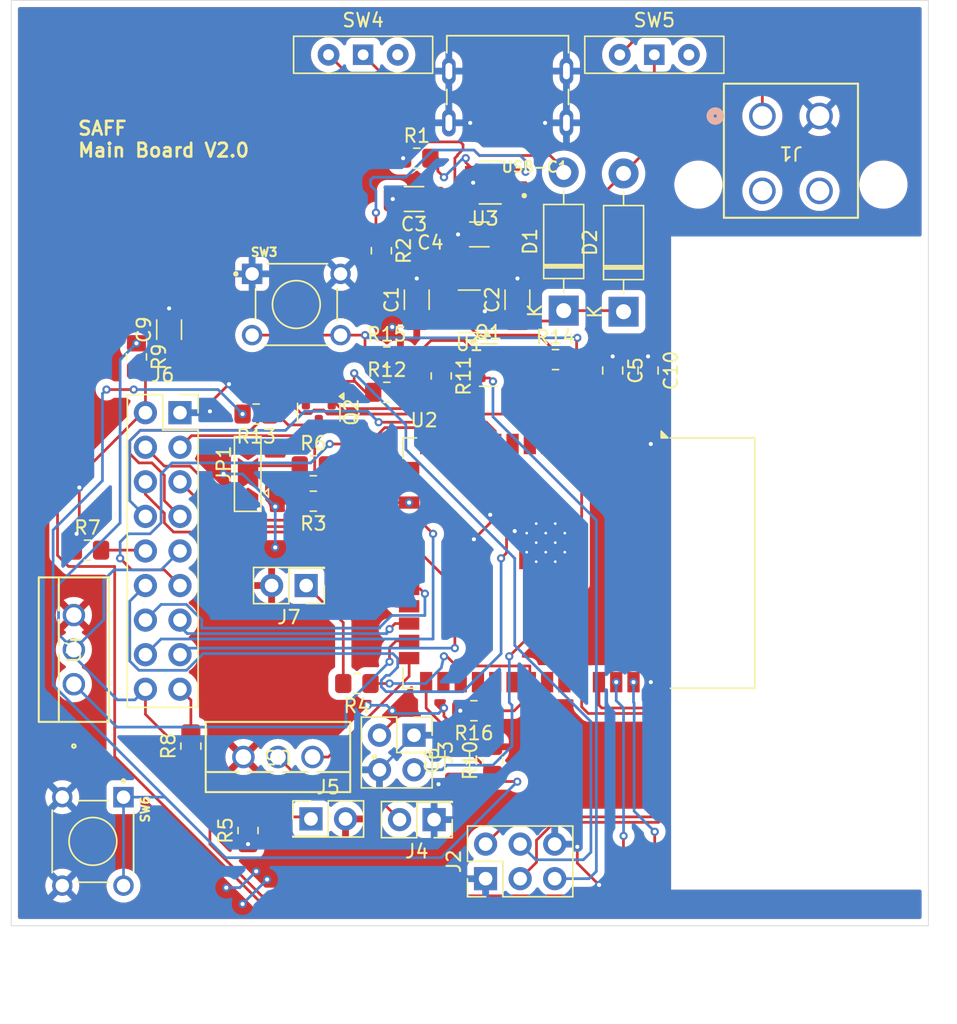
<source format=kicad_pcb>
(kicad_pcb (version 20240108) (generator "pcbnew") (generator_version "8.0")
  (layers (0 "F.Cu" signal) (31 "B.Cu" signal) (34 "B.Paste" user) (35 "F.Paste" user) (36 "B.SilkS" user "B.Silkscreen") (37 "F.SilkS" user "F.Silkscreen") (38 "B.Mask" user) (39 "F.Mask" user) (44 "Edge.Cuts" user))
  (net 0 "")
  (net 1 "3.3V")
  (net 2 "GND")
  (net 3 "Net-(D1-K)")
  (net 4 "Net-(D1-A)")
  (net 5 "Net-(D2-A)")
  (net 6 "Net-(U2-IO0)")
  (net 7 "Chip_PU")
  (net 8 "Net-(JP1-C)")
  (net 9 "RTS")
  (net 10 "Net-(Q1-C)")
  (net 11 "Net-(Q1-B)")
  (net 12 "Net-(Q2-C)")
  (net 13 "Net-(Q2-B)")
  (net 14 "DTR")
  (net 15 "Net-(U3-ISET)")
  (net 16 "Microcontroller Charge Read")
  (net 17 "Net-(U3-~{CHG})")
  (net 18 "Net-(U2-IO46)")
  (net 19 "Net-(U2-IO3)")
  (net 21 "Net-(SW5-C)")
  (net 23 "Hall Read")
  (net 24 "Motor Out")
  (net 25 "Net-(J5-Pin_1)")
  (net 26 "RX")
  (net 27 "D5")
  (net 28 "PCLK")
  (net 31 "D7")
  (net 32 "D4")
  (net 33 "MCLK")
  (net 35 "D6")
  (net 37 "D0")
  (net 40 "D1")
  (net 41 "D2")
  (net 42 "Camera Power")
  (net 43 "HS")
  (net 44 "SDA")
  (net 45 "Net-(J6-Pin_10)")
  (net 46 "TX")
  (net 49 "Connector for thermistor")
  (net 52 "D3")
  (net 53 "VS")
  (net 54 "SCL")
  (net 55 "Manual Feed")
  (net 57 "Net-(SW4-B)")
  (net 59 "Camera Power Signal")
  (net 60 "Motor Power Signal")
  (net 66 "Net-(J7-Pin_1)")
  (footprint "1825910_6:SW_1825910-6-4" (layer "F.Cu") (at 170 130.4 -90)
    (property "Reference" "SW6")
    (property "Value" "1825910-6")
  )
  (footprint "Diode_THT:D_DO-41_SOD81_P10.16mm_Horizontal" (layer "F.Cu") (at 209 91.48 90)
    (property "Reference" "D2")
    (property "Value" "1N5817")
  )
  (footprint "Resistor_SMD:R_0805_2012Metric_Pad1.20x1.40mm_HandSolder" (layer "F.Cu") (at 186.2 105.4 180)
    (property "Reference" "R3")
    (property "Value" "1k")
  )
  (footprint "Package_TO_SOT_SMD:SOT-23" (layer "F.Cu") (at 186.6 98.8625 -90)
    (property "Reference" "Q2")
    (property "Value" "SS8050-G")
  )
  (footprint "Button_Switch_THT:SW_Slide-03_Wuerth-WS-SLTV_10x2.5x6.4_P2.54mm" (layer "F.Cu") (at 211.26 72.6)
    (property "Reference" "SW5")
    (property "Value" "SW_Wuerth_450301014042")
  )
  (footprint "BQ21040DBVR:SOT95P280X145-6N" (layer "F.Cu") (at 199.2 82 180)
    (property "Reference" "U3")
    (property "Value" "BQ21040DBVR")
  )
  (footprint "Resistor_SMD:R_0805_2012Metric_Pad1.20x1.40mm_HandSolder" (layer "F.Cu") (at 191.6 97.4)
    (property "Reference" "R12")
    (property "Value" "10k")
  )
  (footprint "RF_Module:ESP32-S3-WROOM-1" (layer "F.Cu") (at 205.74 109.95 -90)
    (property "Reference" "U2")
    (property "Value" "ESP32-S3-WROOM-1")
  )
  (footprint "Jumper:SolderJumper-3_P2.0mm_Open_TrianglePad1.0x1.5mm" (layer "F.Cu") (at 181.4 103.4 90)
    (property "Reference" "JP1")
    (property "Value" "SolderJumper_3_Open")
  )
  (footprint "Resistor_SMD:R_0805_2012Metric_Pad1.20x1.40mm_HandSolder" (layer "F.Cu") (at 173.2 94.8 -90)
    (property "Reference" "R9")
    (property "Value" "10k")
  )
  (footprint "Connector_PinSocket_2.54mm:PinSocket_2x09_P2.54mm_Vertical" (layer "F.Cu") (at 176.4 98.9)
    (property "Reference" "J6")
    (property "Value" "Conn_02x09_Counter_Clockwise")
  )
  (footprint "Capacitor_SMD:C_1206_3216Metric_Pad1.33x1.80mm_HandSolder" (layer "F.Cu") (at 193.8 90.6 90)
    (property "Reference" "C1")
    (property "Value" "1uF (1206)")
  )
  (footprint "Connector_PinHeader_2.54mm:PinHeader_2x02_P2.54mm_Vertical" (layer "F.Cu") (at 193.6 122.6 -90)
    (property "Reference" "J3")
    (property "Value" "Conn_02x02_Counter_Clockwise")
  )
  (footprint "Capacitor_SMD:C_1206_3216Metric_Pad1.33x1.80mm_HandSolder" (layer "F.Cu") (at 196.775 124.45 90)
    (property "Reference" "C6")
    (property "Value" "1uF (1206)")
  )
  (footprint "Resistor_SMD:R_0805_2012Metric_Pad1.20x1.40mm_HandSolder" (layer "F.Cu") (at 199.375 124.45 90)
    (property "Reference" "R10")
    (property "Value" "100k")
  )
  (footprint "1825910_6:SW_1825910-6-4" (layer "F.Cu") (at 184.95 90.95)
    (property "Reference" "SW3")
    (property "Value" "1825910-6")
  )
  (footprint "Resistor_SMD:R_0805_2012Metric_Pad1.20x1.40mm_HandSolder" (layer "F.Cu") (at 198 120.8 180)
    (property "Reference" "R16")
    (property "Value" "10k")
  )
  (footprint "UJC_HP_3_SMT_TR:CUI_UJC-HP-3-SMT-TR" (layer "F.Cu") (at 200.48 77.6 180)
    (property "Reference" "USB-C1")
    (property "Value" "UJC-HP-3-SMT-TR")
  )
  (footprint "Diode_THT:D_DO-41_SOD81_P10.16mm_Horizontal" (layer "F.Cu") (at 204.6 91.4 90)
    (property "Reference" "D1")
    (property "Value" "1N5817")
  )
  (footprint "Resistor_SMD:R_0805_2012Metric_Pad1.20x1.40mm_HandSolder" (layer "F.Cu") (at 186.2 102.8)
    (property "Reference" "R6")
    (property "Value" "1k")
  )
  (footprint "2SJ652-1E:TO-220F-3SG_15P87X10P16_ONS" (layer "F.Cu") (at 168.6 118.851 90)
    (property "Reference" "U4")
    (property "Value" "2SJ652-1E")
  )
  (footprint "Resistor_SMD:R_0805_2012Metric_Pad1.20x1.40mm_HandSolder" (layer "F.Cu") (at 177.2 123.4 90)
    (property "Reference" "R8")
    (property "Value" "10k")
  )
  (footprint "2SJ652-1E:TO-220F-3SG_15P87X10P16_ONS" (layer "F.Cu") (at 186.14 124.2 180)
    (property "Reference" "U5")
    (property "Value" "2SJ652-1E")
  )
  (footprint "Package_TO_SOT_SMD:SOT-23" (layer "F.Cu") (at 199.0625 95.4)
    (property "Reference" "Q1")
    (property "Value" "SS8050-G")
  )
  (footprint "Resistor_SMD:R_0805_2012Metric_Pad1.20x1.40mm_HandSolder" (layer "F.Cu") (at 181.4 129.6 90)
    (property "Reference" "R5")
    (property "Value" "1k")
  )
  (footprint "Resistor_SMD:R_0805_2012Metric_Pad1.20x1.40mm_HandSolder" (layer "F.Cu") (at 204 95)
    (property "Reference" "R14")
    (property "Value" "10k")
  )
  (footprint "Capacitor_SMD:C_0805_2012Metric_Pad1.18x1.45mm_HandSolder" (layer "F.Cu") (at 208.2 95.8 -90)
    (property "Reference" "C5")
    (property "Value" ".1uF (0805)")
  )
  (footprint "Resistor_SMD:R_0805_2012Metric_Pad1.20x1.40mm_HandSolder" (layer "F.Cu") (at 191.6 94.8)
    (property "Reference" "R15")
    (property "Value" "100k")
  )
  (footprint "Capacitor_SMD:C_1206_3216Metric_Pad1.33x1.80mm_HandSolder" (layer "F.Cu") (at 198.4 85.8)
    (property "Reference" "C4")
    (property "Value" "1uF (1206)")
  )
  (footprint "Connector_PinHeader_2.54mm:PinHeader_2x03_P2.54mm_Vertical" (layer "F.Cu") (at 198.86 133.14 90)
    (property "Reference" "J2")
    (property "Value" "Conn_02x03_Counter_Clockwise")
  )
  (footprint "Resistor_SMD:R_0805_2012Metric_Pad1.20x1.40mm_HandSolder" (layer "F.Cu") (at 169.6 109)
    (property "Reference" "R7")
    (property "Value" "10k")
  )
  (footprint "Connector_PinHeader_2.54mm:PinHeader_2x01_P2.54mm_Vertical" (layer "F.Cu") (at 186.025 128.75)
    (property "Reference" "J5")
    (property "Value" "Conn_02x01")
  )
  (footprint "Resistor_SMD:R_0805_2012Metric_Pad1.20x1.40mm_HandSolder" (layer "F.Cu") (at 195.6 96.2 -90)
    (property "Reference" "R11")
    (property "Value" "10k")
  )
  (footprint "Resistor_SMD:R_0805_2012Metric_Pad1.20x1.40mm_HandSolder" (layer "F.Cu") (at 193.8 80.2)
    (property "Reference" "R1")
    (property "Value" "1k")
  )
  (footprint "Capacitor_SMD:C_1206_3216Metric_Pad1.33x1.80mm_HandSolder" (layer "F.Cu") (at 201.2 90.6 90)
    (property "Reference" "C2")
    (property "Value" "1uF (1206)")
  )
  (footprint "Button_Switch_THT:SW_Slide-03_Wuerth-WS-SLTV_10x2.5x6.4_P2.54mm" (layer "F.Cu") (at 189.86 72.6)
    (property "Reference" "SW4")
    (property "Value" "SW_Wuerth_450301014042")
  )
  (footprint "Connector_PinHeader_2.54mm:PinHeader_2x01_P2.54mm_Vertical" (layer "F.Cu") (at 195.075 128.8 180)
    (property "Reference" "J4")
    (property "Value" "Conn_02x01")
  )
  (footprint "Resistor_SMD:R_0805_2012Metric_Pad1.20x1.40mm_HandSolder" (layer "F.Cu") (at 191.2 87 -90)
    (property "Reference" "R2")
    (property "Value" "1k")
  )
  (footprint "Resistor_SMD:R_0805_2012Metric_Pad1.20x1.40mm_HandSolder" (layer "F.Cu") (at 182 99 180)
    (property "Reference" "R13")
    (property "Value" "10k")
  )
  (footprint "Capacitor_SMD:C_1206_3216Metric_Pad1.33x1.80mm_HandSolder" (layer "F.Cu") (at 175.6 92.8 90)
    (property "Reference" "C9")
    (property "Value" "1uF (1206)")
  )
  (footprint "Capacitor_SMD:C_1206_3216Metric_Pad1.33x1.80mm_HandSolder" (layer "F.Cu") (at 193.6 83.2 180)
    (property "Reference" "C3")
    (property "Value" "1uF (1206)")
  )
  (footprint "footprints:CONN_5566-04x2_MOL" (layer "F.Cu") (at 219.2 77.100001 180)
    (property "Reference" "J1")
    (property "Value" "39299043")
  )
  (footprint "Connector_PinHeader_2.54mm:PinHeader_2x01_P2.54mm_Vertical" (layer "F.Cu") (at 185.675 111.6 180)
    (property "Reference" "J7")
    (property "Value" "Conn_02x01")
  )
  (footprint "Package_TO_SOT_SMD:SOT-23-5" (layer "F.Cu") (at 197.6625 91.45 180)
    (property "Reference" "U1")
    (property "Value" "AP2112K-3.3")
  )
  (footprint "Capacitor_SMD:C_0805_2012Metric_Pad1.18x1.45mm_HandSolder" (layer "F.Cu") (at 210.8 95.8 -90)
    (property "Reference" "C10")
    (property "Value" "10uF (0805)")
  )
  (footprint "Resistor_SMD:R_0805_2012Metric_Pad1.20x1.40mm_HandSolder" (layer "F.Cu") (at 189.4 118.8 180)
    (property "Reference" "R4")
    (property "Value" "1k")
  )
  (gr_rect (start 164 68.6) (end 231.4 136.6) (stroke (width 0.05)) (fill none) (layer "Edge.Cuts"))
  (gr_text "SAFF\nMain Board V2.0" (at 168.8 80.2 0) (layer "F.SilkS") (effects (font (size 1 1) (thickness 0.2) (bold yes)) (justify left bottom)))
  (segment (start 192 120.8) (end 192 121.66) (width 0.2) (layer "F.Cu") (net 1))
  (segment (start 199.375 123.45) (end 197.725 121.8) (width 0.2) (layer "F.Cu") (net 1))
  (segment (start 195.8 121.2) (end 195.8 120.6) (width 0.2) (layer "F.Cu") (net 1))
  (segment (start 192.6 94.8) (end 192.6 93.2) (width 0.2) (layer "F.Cu") (net 1))
  (segment (start 196.4 121.8) (end 195.8 121.2) (width 0.2) (layer "F.Cu") (net 1))
  (segment (start 197.725 121.8) (end 196.4 121.8) (width 0.2) (layer "F.Cu") (net 1))
  (segment (start 192 121.66) (end 191.06 122.6) (width 0.2) (layer "F.Cu") (net 1))
  (segment (start 192.6 93.2) (end 192 92.6) (width 0.2) (layer "F.Cu") (net 1))
  (via (at 192 120.8) (size 0.6) (drill 0.3) (layers "F.Cu" "B.Cu") (net 1))
  (via (at 183.4 108.8) (size 0.6) (drill 0.3) (layers "F.Cu" "B.Cu") (net 1))
  (via (at 192 92.6) (size 0.6) (drill 0.3) (layers "F.Cu" "B.Cu") (net 1))
  (via (at 182.8 133.2) (size 0.6) (drill 0.3) (layers "F.Cu" "B.Cu") (net 1))
  (via (at 181 135) (size 0.6) (drill 0.3) (layers "F.Cu" "B.Cu") (net 1))
  (via (at 183.4 105.8) (size 0.6) (drill 0.3) (layers "F.Cu" "B.Cu") (net 1))
  (via (at 195.8 120.6) (size 0.6) (drill 0.3) (layers "F.Cu" "B.Cu") (net 1))
  (via (at 190.2 120.4) (size 0.6) (drill 0.3) (layers "F.Cu" "B.Cu") (net 1))
  (via (at 179.6 103.4) (size 0.6) (drill 0.3) (layers "F.Cu" "B.Cu") (net 1))
  (via (at 182 132.6) (size 0.6) (drill 0.3) (layers "F.Cu" "B.Cu") (net 1))
  (via (at 179.8 133.8) (size 0.6) (drill 0.3) (layers "F.Cu" "B.Cu") (net 1))
  (segment (start 183.4 105.8) (end 183.4 108.8) (width 0.2) (layer "B.Cu") (net 1))
  (segment (start 191.6 120.4) (end 192 120.8) (width 0.2) (layer "B.Cu") (net 1))
  (segment (start 182 132.6) (end 180.8 133.8) (width 0.2) (layer "B.Cu") (net 1))
  (segment (start 183.4 105.8) (end 181 103.4) (width 0.2) (layer "B.Cu") (net 1))
  (segment (start 192 120.8) (end 192.2 121) (width 0.2) (layer "B.Cu") (net 1))
  (segment (start 180.8 133.8) (end 179.8 133.8) (width 0.2) (layer "B.Cu") (net 1))
  (segment (start 195.4 121) (end 195.8 120.6) (width 0.2) (layer "B.Cu") (net 1))
  (segment (start 192.2 121) (end 195.4 121) (width 0.2) (layer "B.Cu") (net 1))
  (segment (start 190.2 120.4) (end 191.6 120.4) (width 0.2) (layer "B.Cu") (net 1))
  (segment (start 181 103.4) (end 179.6 103.4) (width 0.2) (layer "B.Cu") (net 1))
  (segment (start 182.8 133.2) (end 181 135) (width 0.2) (layer "B.Cu") (net 1))
  (segment (start 195.4 126.2) (end 196.5875 126.2) (width 0.2) (layer "F.Cu") (net 2))
  (segment (start 169 107.6) (end 169 104.4) (width 0.2) (layer "F.Cu") (net 2))
  (segment (start 202.58 107.05) (end 203.28 107.75) (width 0.2) (layer "F.Cu") (net 2))
  (segment (start 168.6 109) (end 168.6 108) (width 0.2) (layer "F.Cu") (net 2))
  (segment (start 181.4 105.4) (end 181.6 105.4) (width 0.2) (layer "F.Cu") (net 2))
  (segment (start 203.28 107.75) (end 202.58 108.45) (width 0.2) (layer "F.Cu") (net 2))
  (segment (start 178.6 98.2) (end 178.6 98.8) (width 0.2) (layer "F.Cu") (net 2))
  (segment (start 168.8 107.8) (end 169 107.6) (width 0.2) (layer "F.Cu") (net 2))
  (segment (start 203.28 109.15) (end 202.58 109.85) (width 0.2) (layer "F.Cu") (net 2))
  (segment (start 181.6 105.4) (end 182.2 106) (width 0.2) (layer "F.Cu") (net 2))
  (segment (start 202.58 107.05) (end 201.88 107.75) (width 0.2) (layer "F.Cu") (net 2))
  (segment (start 198 108.2) (end 199.2 107) (width 0.2) (layer "F.Cu") (net 2))
  (segment (start 205.6 132) (end 207.2 133.6) (width 0.2) (layer "F.Cu") (net 2))
  (segment (start 201.73 107.6) (end 201.88 107.75) (width 0.2) (layer "F.Cu") (net 2))
  (segment (start 203.28 107.75) (end 203.98 107.05) (width 0.2) (layer "F.Cu") (net 2))
  (segment (start 201 108.27) (end 201 107.6) (width 0.2) (layer "F.Cu") (net 2))
  (segment (start 202.58 108.45) (end 203.28 109.15) (width 0.2) (layer "F.Cu") (net 2))
  (segment (start 180 96.8) (end 178.6 98.2) (width 0.2) (layer "F.Cu") (net 2))
  (segment (start 176.4 98.9) (end 178.5 98.9) (width 0.2) (layer "F.Cu") (net 2))
  (segment (start 202.58 109.85) (end 201 108.27) (width 0.2) (layer "F.Cu") (net 2))
  (segment (start 205.6 130.8) (end 205.6 132) (width 0.2) (layer "F.Cu") (net 2))
  (segment (start 201 107.6) (end 201.73 107.6) (width 0.2) (layer "F.Cu") (net 2))
  (segment (start 168.6 108) (end 168.8 107.8) (width 0.2) (layer "F.Cu") (net 2))
  (segment (start 178.5 98.9) (end 178.6 98.8) (width 0.2) (layer "F.Cu") (net 2))
  (segment (start 196.5875 126.2) (end 196.775 126.0125) (width 0.2) (layer "F.Cu") (net 2))
  (segment (start 199.2 107) (end 199.2 106.4) (width 0.2) (layer "F.Cu") (net 2))
  (segment (start 201.88 109.15) (end 202.58 108.45) (width 0.2) (layer "F.Cu") (net 2))
  (segment (start 201.88 107.75) (end 202.58 108.45) (width 0.2) (layer "F.Cu") (net 2))
  (via (at 198.8 91.45) (size 0.6) (drill 0.3) (layers "F.Cu" "B.Cu") (net 2))
  (via (at 178.6 98.8) (size 0.6) (drill 0.3) (layers "F.Cu" "B.Cu") (net 2))
  (via (at 169 104.4) (size 0.6) (drill 0.3) (layers "F.Cu" "B.Cu") (net 2))
  (via (at 210.8 94.7625) (size 0.6) (drill 0.3) (layers "F.Cu" "B.Cu") (net 2))
  (via (at 193.8 89.0375) (size 0.6) (drill 0.3) (layers "F.Cu" "B.Cu") (net 2))
  (via (at 211 101.2) (size 0.6) (drill 0.3) (layers "F.Cu" "B.Cu") (net 2))
  (via (at 203.23 77.605) (size 0.6) (drill 0.3) (layers "F.Cu" "B.Cu") (net 2))
  (via (at 207.2 133.6) (size 0.6) (drill 0.3) (layers "F.Cu" "B.Cu") (net 2))
  (via (at 182.2 106) (size 0.6) (drill 0.3) (layers "F.Cu" "B.Cu") (net 2))
  (via (at 168.8 107.8) (size 0.6) (drill 0.3) (layers "F.Cu" "B.Cu") (net 2))
  (via (at 197 120.8) (size 0.6) (drill 0.3) (layers "F.Cu" "B.Cu") (net 2))
  (via (at 197.945 82) (size 0.6) (drill 0.3) (layers "F.Cu" "B.Cu") (net 2))
  (via (at 201.2 89.0375) (size 0.6) (drill 0.3) (layers "F.Cu" "B.Cu") (net 2))
  (via (at 211 118.7) (size 0.6) (drill 0.3) (layers "F.Cu" "B.Cu") (net 2))
  (via (at 196.8375 85.8) (size 0.6) (drill 0.3) (layers "F.Cu" "B.Cu") (net 2))
  (via (at 195.4 126.2) (size 0.6) (drill 0.3) (layers "F.Cu" "B.Cu") (net 2))
  (via (at 181.4 130.6) (size 0.6) (drill 0.3) (layers "F.Cu" "B.Cu") (net 2))
  (via (at 199.2 106.4) (size 0.6) (drill 0.3) (layers "F.Cu" "B.Cu") (net 2))
  (via (at 208.2 94.7625) (size 0.6) (drill 0.3) (layers "F.Cu" "B.Cu") (net 2))
  (via (at 175.6 91.2375) (size 0.6) (drill 0.3) (layers "F.Cu" "B.Cu") (net 2))
  (via (at 205.6 130.8) (size 0.6) (drill 0.3) (layers "F.Cu" "B.Cu") (net 2))
  (via (at 192.0375 83.2) (size 0.6) (drill 0.3) (layers "F.Cu" "B.Cu") (net 2))
  (via (at 201 107.6) (size 0.6) (drill 0.3) (layers "F.Cu" "B.Cu") (net 2))
  (via (at 198 108.2) (size 0.6) (drill 0.3) (layers "F.Cu" "B.Cu") (net 2))
  (via (at 180 96.8) (size 0.6) (drill 0.3) (layers "F.Cu" "B.Cu") (net 2))
  (via (at 192.8 80.2) (size 0.6) (drill 0.3) (layers "F.Cu" "B.Cu") (net 2))
  (via (at 197.73 77.605) (size 0.6) (drill 0.3) (layers "F.Cu" "B.Cu") (net 2))
  (segment (start 191.06 125.14) (end 193.6 122.6) (width 0.2) (layer "B.Cu") (net 2))
  (segment (start 201.2 92.1625) (end 203.8375 92.1625) (width 0.2) (layer "F.Cu") (net 3))
  (segment (start 203.8375 92.1625) (end 204.6 91.4) (width 0.2) (layer "F.Cu") (net 3))
  (segment (start 199.0375 92.1625) (end 198.8 92.4) (width 0.2) (layer "F.Cu") (net 3))
  (segment (start 199.5375 90.5) (end 198.8 90.5) (width 0.2) (layer "F.Cu") (net 3))
  (segment (start 201.2 92.1625) (end 199.0375 92.1625) (width 0.2) (layer "F.Cu") (net 3))
  (segment (start 204.6 91.4) (end 208.92 91.4) (width 0.2) (layer "F.Cu") (net 3))
  (segment (start 201.2 92.1625) (end 199.5375 90.5) (width 0.2) (layer "F.Cu") (net 3))
  (segment (start 208.92 91.4) (end 209 91.48) (width 0.2) (layer "F.Cu") (net 3))
  (segment (start 196.6 82.209999) (end 197.340001 82.95) (width 0.2) (layer "F.Cu") (net 4))
  (segment (start 196.6 80.2) (end 196.6 82.209999) (width 0.2) (layer "F.Cu") (net 4))
  (segment (start 203.6 80) (end 198.4 80) (width 0.2) (layer "F.Cu") (net 4))
  (segment (start 197.2 79.551471) (end 197.151471 79.6) (width 0.2) (layer "F.Cu") (net 4))
  (segment (start 197.151471 79.6) (end 196.8 79.951471) (width 0.2) (layer "F.Cu") (net 4))
  (segment (start 204.6 81.24) (end 204.6 81) (width 0.2) (layer "F.Cu") (net 4))
  (segment (start 196.8 79.951471) (end 196.8 80) (width 0.2) (layer "F.Cu") (net 4))
  (segment (start 198 79.6) (end 197.151471 79.6) (width 0.2) (layer "F.Cu") (net 4))
  (segment (start 197.2 79.2) (end 197.2 79.551471) (width 0.2) (layer "F.Cu") (net 4))
  (segment (start 193.72 79) (end 197 79) (width 0.2) (layer "F.Cu") (net 4))
  (segment (start 196.6 82.209999) (end 195.609999 83.2) (width 0.2) (layer "F.Cu") (net 4))
  (segment (start 197 79) (end 197.2 79.2) (width 0.2) (layer "F.Cu") (net 4))
  (segment (start 198.4 80) (end 198 79.6) (width 0.2) (layer "F.Cu") (net 4))
  (segment (start 196.8 80) (end 196.6 80.2) (width 0.2) (layer "F.Cu") (net 4))
  (segment (start 187.32 72.6) (end 193.72 79) (width 0.2) (layer "F.Cu") (net 4))
  (segment (start 204.6 81) (end 203.6 80) (width 0.2) (layer "F.Cu") (net 4))
  (segment (start 195.609999 83.2) (end 195.1625 83.2) (width 0.2) (layer "F.Cu") (net 4))
  (segment (start 197.340001 82.95) (end 197.945 82.95) (width 0.2) (layer "F.Cu") (net 4))
  (segment (start 211.26 79.06) (end 209 81.32) (width 0.2) (layer "F.Cu") (net 5))
  (segment (start 211.26 72.6) (end 211.26 79.06) (width 0.2) (layer "F.Cu") (net 5))
  (segment (start 201.2 85.8) (end 199.9625 85.8) (width 0.2) (layer "F.Cu") (net 5))
  (segment (start 206.92 83.4) (end 209 81.32) (width 0.2) (layer "F.Cu") (net 5))
  (segment (start 201.8 82) (end 202.6 82.8) (width 0.2) (layer "F.Cu") (net 5))
  (segment (start 200.455 82) (end 201.8 82) (width 0.2) (layer "F.Cu") (net 5))
  (segment (start 202.6 83.4) (end 206.92 83.4) (width 0.2) (layer "F.Cu") (net 5))
  (segment (start 202.6 84.4) (end 201.2 85.8) (width 0.2) (layer "F.Cu") (net 5))
  (segment (start 202.6 83.4) (end 202.6 84.4) (width 0.2) (layer "F.Cu") (net 5))
  (segment (start 202.6 82.8) (end 202.6 83.4) (width 0.2) (layer "F.Cu") (net 5))
  (segment (start 194.49 120.6025) (end 194.49 118.7) (width 0.2) (layer "F.Cu") (net 6))
  (segment (start 196.775 122.8875) (end 194.49 120.6025) (width 0.2) (layer "F.Cu") (net 6))
  (segment (start 199.375 126) (end 201.175 126) (width 0.2) (layer "F.Cu") (net 6))
  (segment (start 171 97.2) (end 173 97.2) (width 0.2) (layer "F.Cu") (net 6))
  (segment (start 201.175 126) (end 201.1875 126.0125) (width 0.2) (layer "F.Cu") (net 6))
  (segment (start 199.375 126) (end 199.375 125.4875) (width 0.2) (layer "F.Cu") (net 6))
  (segment (start 199.375 125.4875) (end 196.775 122.8875) (width 0.2) (layer "F.Cu") (net 6))
  (via (at 201.1875 126.0125) (size 0.6) (drill 0.3) (layers "F.Cu" "B.Cu") (net 6))
  (via (at 171 97.2) (size 0.6) (drill 0.3) (layers "F.Cu" "B.Cu") (net 6))
  (via (at 181 99) (size 0.6) (drill 0.3) (layers "F.Cu" "B.Cu") (net 6))
  (via (at 173 97.2) (size 0.6) (drill 0.3) (layers "F.Cu" "B.Cu") (net 6))
  (segment (start 170.7 103.9) (end 170.7 97.5) (width 0.2) (layer "B.Cu") (net 6))
  (segment (start 177.005831 128.848529) (end 179.757302 131.6) (width 0.2) (layer "B.Cu") (net 6))
  (segment (start 177.005831 128.848529) (end 175.307302 127.15) (width 0.2) (layer "B.Cu") (net 6))
  (segment (start 177.005831 128.848529) (end 167.0745 118.917198) (width 0.2) (layer "B.Cu") (net 6))
  (segment (start 173 97.2) (end 179.2 97.2) (width 0.2) (layer "B.Cu") (net 6))
  (segment (start 195.6 131.6) (end 201.1875 126.0125) (width 0.2) (layer "B.Cu") (net 6))
  (segment (start 172.25 133.65) (end 172.25 127.15) (width 0.2) (layer "B.Cu") (net 6))
  (segment (start 170.5 104.1) (end 170.7 103.9) (width 0.2) (layer "B.Cu") (net 6))
  (segment (start 179.2 97.2) (end 181 99) (width 0.2) (layer "B.Cu") (net 6))
  (segment (start 175.307302 127.15) (end 172.25 127.15) (width 0.2) (layer "B.Cu") (net 6))
  (segment (start 179.757302 131.6) (end 195.6 131.6) (width 0.2) (layer "B.Cu") (net 6))
  (segment (start 170.7 97.5) (end 171 97.2) (width 0.2) (layer "B.Cu") (net 6))
  (segment (start 167.0745 118.917198) (end 167.0745 107.5255) (width 0.2) (layer "B.Cu") (net 6))
  (segment (start 167.0745 107.5255) (end 170.5 104.1) (width 0.2) (layer "B.Cu") (net 6))
  (segment (start 175.6 94.3625) (end 179.1125 94.3625) (width 0.2) (layer "F.Cu") (net 7))
  (segment (start 205.55 95) (end 205.55 93.45) (width 0.2) (layer "F.Cu") (net 7))
  (segment (start 179.1125 94.3625) (end 179.85 95.1) (width 0.2) (layer "F.Cu") (net 7))
  (segment (start 205.55 95) (end 205.55 97.15) (width 0.2) (layer "F.Cu") (net 7))
  (segment (start 179.85 95.1) (end 187.8 95.1) (width 0.2) (layer "F.Cu") (net 7))
  (segment (start 205.55 97.15) (end 208.46 100.06) (width 0.2) (layer "F.Cu") (net 7))
  (segment (start 190 93.2) (end 190 94.75) (width 0.2) (layer "F.Cu") (net 7))
  (segment (start 181.7 93.2) (end 188.2 93.2) (width 0.2) (layer "F.Cu") (net 7))
  (segment (start 188.2 93.2) (end 190 93.2) (width 0.2) (layer "F.Cu") (net 7))
  (segment (start 187.8 95.1) (end 189.75 95.1) (width 0.2) (layer "F.Cu") (net 7))
  (segment (start 189.75 95.1) (end 190.05 94.8) (width 0.2) (layer "F.Cu") (net 7))
  (segment (start 190 94.75) (end 190.05 94.8) (width 0.2) (layer "F.Cu") (net 7))
  (segment (start 205.55 93.45) (end 205.6 93.4) (width 0.2) (layer "F.Cu") (net 7))
  (segment (start 208.46 100.06) (end 208.46 101.2) (width 0.2) (layer "F.Cu") (net 7))
  (via (at 205.6 93.4) (size 0.6) (drill 0.3) (layers "F.Cu" "B.Cu") (net 7))
  (via (at 190 93.2) (size 0.6) (drill 0.3) (layers "F.Cu" "B.Cu") (net 7))
  (segment (start 205.6 93.4) (end 190.2 93.4) (width 0.2) (layer "B.Cu") (net 7))
  (segment (start 190.2 93.4) (end 190 93.2) (width 0.2) (layer "B.Cu") (net 7))
  (segment (start 184.65 102.8) (end 182 102.8) (width 0.2) (layer "F.Cu") (net 8))
  (segment (start 182 102.8) (end 181.4 103.4) (width 0.2) (layer "F.Cu") (net 8))
  (segment (start 198.125 96.35) (end 199.15 96.35) (width 0.2) (layer "F.Cu") (net 9))
  (segment (start 198.125 96.35) (end 197.3 96.35) (width 0.2) (layer "F.Cu") (net 9))
  (segment (start 199.15 96.35) (end 199.4 96.6) (width 0.2) (layer "F.Cu") (net 9))
  (segment (start 197.3 96.35) (end 195.6 94.65) (width 0.2) (layer "F.Cu") (net 9))
  (via (at 199.4 96.6) (size 0.6) (drill 0.3) (layers "F.Cu" "B.Cu") (net 9))
  (segment (start 199.4 96.6) (end 199.4 99.2) (width 0.2) (layer "B.Cu") (net 9))
  (segment (start 207 106.8) (end 207 132.6) (width 0.2) (layer "B.Cu") (net 9))
  (segment (start 199.4 99.2) (end 207 106.8) (width 0.2) (layer "B.Cu") (net 9))
  (segment (start 207 132.6) (end 206.46 133.14) (width 0.2) (layer "B.Cu") (net 9))
  (segment (start 206.46 133.14) (end 203.94 133.14) (width 0.2) (layer "B.Cu") (net 9))
  (segment (start 202.05 95.4) (end 202.45 95) (width 0.2) (layer "F.Cu") (net 10))
  (segment (start 200 95.4) (end 202.05 95.4) (width 0.2) (layer "F.Cu") (net 10))
  (segment (start 194.332413 96.007843) (end 194.332413 94.107843) (width 0.2) (layer "F.Cu") (net 11))
  (segment (start 193.667157 96.007843) (end 194.332413 96.007843) (width 0.2) (layer "F.Cu") (net 11))
  (segment (start 193.15 97.4) (end 193.15 96.525) (width 0.2) (layer "F.Cu") (net 11))
  (segment (start 193.15 96.525) (end 193.667157 96.007843) (width 0.2) (layer "F.Cu") (net 11))
  (segment (start 197.275 93.6) (end 198.125 94.45) (width 0.2) (layer "F.Cu") (net 11))
  (segment (start 194.332413 94.107843) (end 194.840256 93.6) (width 0.2) (layer "F.Cu") (net 11))
  (segment (start 194.840256 93.6) (end 197.275 93.6) (width 0.2) (layer "F.Cu") (net 11))
  (segment (start 184.35 99.8) (end 183.55 99) (width 0.2) (layer "F.Cu") (net 12))
  (segment (start 186.6 99.8) (end 184.35 99.8) (width 0.2) (layer "F.Cu") (net 12))
  (segment (start 194.75 98.6) (end 195.6 97.75) (width 0.2) (layer "F.Cu") (net 13))
  (segment (start 188.225 98.6) (end 194.75 98.6) (width 0.2) (layer "F.Cu") (net 13))
  (segment (start 187.55 97.925) (end 188.225 98.6) (width 0.2) (layer "F.Cu") (net 13))
  (segment (start 186.4 96.6) (end 185.65 97.35) (width 0.2) (layer "F.Cu") (net 14))
  (segment (start 189.2 96.55) (end 189.25 96.6) (width 0.2) (layer "F.Cu") (net 14))
  (segment (start 185.65 97.35) (end 185.65 97.925) (width 0.2) (layer "F.Cu") (net 14))
  (segment (start 189.25 96.6) (end 186.4 96.6) (width 0.2) (layer "F.Cu") (net 14))
  (segment (start 190.05 97.4) (end 189.25 96.6) (width 0.2) (layer "F.Cu") (net 14))
  (segment (start 189.2 96) (end 189.2 96.55) (width 0.2) (layer "F.Cu") (net 14))
  (via (at 189.2 96) (size 0.6) (drill 0.3) (layers "F.Cu" "B.Cu") (net 14))
  (segment (start 193 101.6) (end 201 109.6) (width 0.2) (layer "B.Cu") (net 14))
  (segment (start 193 99.8) (end 193 101.6) (width 0.2) (layer "B.Cu") (net 14))
  (segment (start 206.6 131.2) (end 206.05 131.75) (width 0.2) (layer "B.Cu") (net 14))
  (segment (start 202.55 131.75) (end 201.4 130.6) (width 0.2) (layer "B.Cu") (net 14))
  (segment (start 201 116) (end 206.6 121.6) (width 0.2) (layer "B.Cu") (net 14))
  (segment (start 189.2 96) (end 193 99.8) (width 0.2) (layer "B.Cu") (net 14))
  (segment (start 201 109.6) (end 201 116) (width 0.2) (layer "B.Cu") (net 14))
  (segment (start 206.6 121.6) (end 206.6 131.2) (width 0.2) (layer "B.Cu") (net 14))
  (segment (start 206.05 131.75) (end 202.55 131.75) (width 0.2) (layer "B.Cu") (net 14))
  (segment (start 197.4 80.2) (end 197.4 80.505) (width 0.2) (layer "F.Cu") (net 15))
  (segment (start 197.4 80.505) (end 197.945 81.05) (width 0.2) (layer "F.Cu") (net 15))
  (segment (start 195.35 81.15) (end 195.8 81.6) (width 0.2) (layer "F.Cu") (net 15))
  (segment (start 195.35 80.2) (end 195.35 81.15) (width 0.2) (layer "F.Cu") (net 15))
  (via (at 195.8 81.6) (size 0.6) (drill 0.3) (layers "F.Cu" "B.Cu") (net 15))
  (via (at 197.4 80.2) (size 0.6) (drill 0.3) (layers "F.Cu" "B.Cu") (net 15))
  (segment (start 195.8 81.6) (end 197.2 80.2) (width 0.2) (layer "B.Cu") (net 15))
  (segment (start 197.2 80.2) (end 197.4 80.2) (width 0.2) (layer "B.Cu") (net 15))
  (segment (start 197.4875 89.8875) (end 195.6 88) (width 0.2) (layer "F.Cu") (net 16))
  (segment (start 203.38 101.2) (end 203.9 100.68) (width 0.2) (layer "F.Cu") (net 16))
  (segment (start 195.6 88) (end 191.2 88) (width 0.2) (layer "F.Cu") (net 16))
  (segment (start 202.784744 93.2) (end 198.296948 93.2) (width 0.2) (layer "F.Cu") (net 16))
  (segment (start 197.4875 92.390552) (end 197.4875 89.8875) (width 0.2) (layer "F.Cu") (net 16))
  (segment (start 203.9 94.315256) (end 202.784744 93.2) (width 0.2) (layer "F.Cu") (net 16))
  (segment (start 198.296948 93.2) (end 197.4875 92.390552) (width 0.2) (layer "F.Cu") (net 16))
  (segment (start 203.9 100.68) (end 203.9 94.315256) (width 0.2) (layer "F.Cu") (net 16))
  (segment (start 200.455 81.05) (end 201.65 81.05) (width 0.2) (layer "F.Cu") (net 17))
  (segment (start 190.8 84.2) (end 190.8 85.05) (width 0.2) (layer "F.Cu") (net 17))
  (segment (start 201.65 81.05) (end 201.8 81.2) (width 0.2) (layer "F.Cu") (net 17))
  (segment (start 190.8 85.05) (end 191.2 85.45) (width 0.2) (layer "F.Cu") (net 17))
  (via (at 201.8 81.2) (size 0.6) (drill 0.3) (layers "F.Cu" "B.Cu") (net 17))
  (via (at 190.8 84.2) (size 0.6) (drill 0.3) (layers "F.Cu" "B.Cu") (net 17))
  (segment (start 198.4 80) (end 198 79.6) (width 0.2) (layer "B.Cu") (net 17))
  (segment (start 190.6 81.6) (end 190.4 81.8) (width 0.2) (layer "B.Cu") (net 17))
  (segment (start 201.4 80) (end 198.4 80) (width 0.2) (layer "B.Cu") (net 17))
  (segment (start 195 79.6) (end 193 81.6) (width 0.2) (layer "B.Cu") (net 17))
  (segment (start 198 79.6) (end 195 79.6) (width 0.2) (layer "B.Cu") (net 17))
  (segment (start 201.8 81.2) (end 201.8 80.4) (width 0.2) (layer "B.Cu") (net 17))
  (segment (start 190.4 82.2) (end 190.8 82.6) (width 0.2) (layer "B.Cu") (net 17))
  (segment (start 201.8 80.4) (end 201.4 80) (width 0.2) (layer "B.Cu") (net 17))
  (segment (start 190.8 82.6) (end 190.8 84.2) (width 0.2) (layer "B.Cu") (net 17))
  (segment (start 190.4 81.8) (end 190.4 82.2) (width 0.2) (layer "B.Cu") (net 17))
  (segment (start 193 81.6) (end 190.6 81.6) (width 0.2) (layer "B.Cu") (net 17))
  (segment (start 192.235 104.235) (end 193.24 104.235) (width 0.2) (layer "F.Cu") (net 18))
  (segment (start 189.4 103.8) (end 191.8 103.8) (width 0.2) (layer "F.Cu") (net 18))
  (segment (start 191.8 103.8) (end 192.235 104.235) (width 0.2) (layer "F.Cu") (net 18))
  (segment (start 187.8 105.4) (end 189.4 103.8) (width 0.2) (layer "F.Cu") (net 18))
  (segment (start 187.75 105.4) (end 187.8 105.4) (width 0.2) (layer "F.Cu") (net 18))
  (segment (start 187.75 102.8) (end 193.075 102.8) (width 0.2) (layer "F.Cu") (net 19))
  (segment (start 193.075 102.8) (end 193.24 102.965) (width 0.2) (layer "F.Cu") (net 19))
  (segment (start 209.6 71.72) (end 208.72 72.6) (width 0.2) (layer "F.Cu") (net 21))
  (segment (start 210.4 70.4) (end 209.6 71.2) (width 0.2) (layer "F.Cu") (net 21))
  (segment (start 219.2 77.100001) (end 219.2 73.2) (width 0.2) (layer "F.Cu") (net 21))
  (segment (start 216.4 70.4) (end 210.4 70.4) (width 0.2) (layer "F.Cu") (net 21))
  (segment (start 209.6 71.2) (end 209.6 71.72) (width 0.2) (layer "F.Cu") (net 21))
  (segment (start 219.2 78) (end 219.2 77.100001) (width 0.2) (layer "F.Cu") (net 21))
  (segment (start 219.2 73.2) (end 216.4 70.4) (width 0.2) (layer "F.Cu") (net 21))
  (segment (start 205.92 101.2) (end 205.92 111.48) (width 0.2) (layer "F.Cu") (net 23))
  (segment (start 205.92 111.48) (end 200.6 116.8) (width 0.2) (layer "F.Cu") (net 23))
  (via (at 200.6 116.8) (size 0.6) (drill 0.3) (layers "F.Cu" "B.Cu") (net 23))
  (segment (start 200.8 120.4) (end 200.6 120.2) (width 0.2) (layer "B.Cu") (net 23))
  (segment (start 200.8 123.4) (end 200.8 120.4) (width 0.2) (layer "B.Cu") (net 23))
  (segment (start 196 124.8) (end 199.4 124.8) (width 0.2) (layer "B.Cu") (net 23))
  (segment (start 195.66 125.14) (end 193.6 125.14) (width 0.2) (layer "B.Cu") (net 23))
  (segment (start 199.4 124.8) (end 200.8 123.4) (width 0.2) (layer "B.Cu") (net 23))
  (segment (start 196 124.8) (end 195.66 125.14) (width 0.2) (layer "B.Cu") (net 23))
  (segment (start 200.6 116.8) (end 200.6 120.2) (width 0.2) (layer "B.Cu") (net 23))
  (segment (start 190.6 126.865) (end 192.535 128.8) (width 0.2) (layer "F.Cu") (net 24))
  (segment (start 186.2 126.8) (end 190.6 126.8) (width 0.2) (layer "F.Cu") (net 24))
  (segment (start 183.6 124.2) (end 186.2 126.8) (width 0.2) (layer "F.Cu") (net 24))
  (segment (start 190.6 126.8) (end 190.6 126.865) (width 0.2) (layer "F.Cu") (net 24))
  (segment (start 185.875 128.6) (end 186.025 128.75) (width 0.2) (layer "F.Cu") (net 25))
  (segment (start 181.4 128.6) (end 185.875 128.6) (width 0.2) (layer "F.Cu") (net 25))
  (segment (start 205.92 120.52) (end 206.4 121) (width 0.2) (layer "F.Cu") (net 26))
  (segment (start 200.86 128.6) (end 198.86 130.6) (width 0.2) (layer "F.Cu") (net 26))
  (segment (start 211.4 128.6) (end 200.86 128.6) (width 0.2) (layer "F.Cu") (net 26))
  (segment (start 211.6 121) (end 211.6 128.4) (width 0.2) (layer "F.Cu") (net 26))
  (segment (start 211.6 128.4) (end 211.4 128.6) (width 0.2) (layer "F.Cu") (net 26))
  (segment (start 205.92 118.7) (end 205.92 120.52) (width 0.2) (layer "F.Cu") (net 26))
  (segment (start 206.4 121) (end 211.6 121) (width 0.2) (layer "F.Cu") (net 26))
  (segment (start 191.79 112.625) (end 192.29 113.125) (width 0.2) (layer "F.Cu") (net 27))
  (segment (start 191.203628 107.67) (end 191.79 108.256372) (width 0.2) (layer "F.Cu") (net 27))
  (segment (start 173.86 103.98) (end 173.86 104.893654) (width 0.2) (layer "F.Cu") (net 27))
  (segment (start 175.923654 107.67) (end 191.203628 107.67) (width 0.2) (layer "F.Cu") (net 27))
  (segment (start 191.79 108.256372) (end 191.79 112.625) (width 0.2) (layer "F.Cu") (net 27))
  (segment (start 175.25 106.283654) (end 175.25 106.996346) (width 0.2) (layer "F.Cu") (net 27))
  (segment (start 175.25 106.996346) (end 175.923654 107.67) (width 0.2) (layer "F.Cu") (net 27))
  (segment (start 192.29 113.125) (end 193.24 113.125) (width 0.2) (layer "F.Cu") (net 27))
  (segment (start 173.86 104.893654) (end 175.25 106.283654) (width 0.2) (layer "F.Cu") (net 27))
  (segment (start 191.465 106.8) (end 192.71 108.045) (width 0.2) (layer "F.Cu") (net 28))
  (segment (start 177.148664 102.83) (end 181.118664 106.8) (width 0.2) (layer "F.Cu") (net 28))
  (segment (start 175.25 102.83) (end 177.148664 102.83) (width 0.2) (layer "F.Cu") (net 28))
  (segment (start 173.86 101.44) (end 175.25 102.83) (width 0.2) (layer "F.Cu") (net 28))
  (segment (start 181.118664 106.8) (end 191.465 106.8) (width 0.2) (layer "F.Cu") (net 28))
  (segment (start 192.71 108.045) (end 193.24 108.045) (width 0.2) (layer "F.Cu") (net 28))
  (segment (start 192.19 108.090686) (end 192.19 110.485) (width 0.2) (layer "F.Cu") (net 31))
  (segment (start 179.69 107.27) (end 191.369314 107.27) (width 0.2) (layer "F.Cu") (net 31))
  (segment (start 192.19 110.485) (end 192.29 110.585) (width 0.2) (layer "F.Cu") (net 31))
  (segment (start 176.4 103.98) (end 179.69 107.27) (width 0.2) (layer "F.Cu") (net 31))
  (segment (start 192.29 110.585) (end 193.24 110.585) (width 0.2) (layer "F.Cu") (net 31))
  (segment (start 191.369314 107.27) (end 192.19 108.090686) (width 0.2) (layer "F.Cu") (net 31))
  (segment (start 192.205 114.395) (end 191.8 114.8) (width 0.2) (layer "F.Cu") (net 32))
  (segment (start 193.24 114.395) (end 192.205 114.395) (width 0.2) (layer "F.Cu") (net 32))
  (via (at 191.8 114.8) (size 0.6) (drill 0.3) (layers "F.Cu" "B.Cu") (net 32))
  (segment (start 176.4 114.14) (end 176.4 114.6) (width 0.2) (layer "B.Cu") (net 32))
  (segment (start 191.6 115.13) (end 191.6 115) (width 0.2) (layer "B.Cu") (net 32))
  (segment (start 191.6 115) (end 191.8 114.8) (width 0.2) (layer "B.Cu") (net 32))
  (segment (start 176.4 114.6) (end 176.93 115.13) (width 0.2) (layer "B.Cu") (net 32))
  (segment (start 176.93 115.13) (end 191.6 115.13) (width 0.2) (layer "B.Cu") (net 32))
  (segment (start 196.6 116.2) (end 196.6 111.725) (width 0.2) (layer "F.Cu") (net 33))
  (segment (start 196.6 111.725) (end 194.19 109.315) (width 0.2) (layer "F.Cu") (net 33))
  (segment (start 194.19 109.315) (end 193.24 109.315) (width 0.2) (layer "F.Cu") (net 33))
  (via (at 196.6 116.2) (size 0.6) (drill 0.3) (layers "F.Cu" "B.Cu") (net 33))
  (segment (start 176.88 116.2) (end 196.6 116.2) (width 0.2) (layer "B.Cu") (net 33))
  (segment (start 176.4 116.68) (end 176.88 116.2) (width 0.2) (layer "B.Cu") (net 33))
  (segment (start 194.055 111.855) (end 194.4 112.2) (width 0.2) (layer "F.Cu") (net 35))
  (segment (start 193.24 111.855) (end 194.055 111.855) (width 0.2) (layer "F.Cu") (net 35))
  (via (at 194.4 112.2) (size 0.6) (drill 0.3) (layers "F.Cu" "B.Cu") (net 35))
  (segment (start 191.07 114.73) (end 191.07 114.681471) (width 0.2) (layer "B.Cu") (net 35))
  (segment (start 194.4 113.8) (end 194.4 112.2) (width 0.2) (layer "B.Cu") (net 35))
  (segment (start 178 114.73) (end 191.07 114.73) (width 0.2) (layer "B.Cu") (net 35))
  (segment (start 191.951471 113.8) (end 194.4 113.8) (width 0.2) (layer "B.Cu") (net 35))
  (segment (start 175.01 112.99) (end 176.876346 112.99) (width 0.2) (layer "B.Cu") (net 35))
  (segment (start 173.86 114.14) (end 175.01 112.99) (width 0.2) (layer "B.Cu") (net 35))
  (segment (start 176.876346 112.99) (end 178 114.113654) (width 0.2) (layer "B.Cu") (net 35))
  (segment (start 178 114.113654) (end 178 114.73) (width 0.2) (layer "B.Cu") (net 35))
  (segment (start 191.07 114.681471) (end 191.951471 113.8) (width 0.2) (layer "B.Cu") (net 35))
  (segment (start 172.85 110.45) (end 172.6 110.2) (width 0.2) (layer "F.Cu") (net 37))
  (segment (start 191.448529 100) (end 190.248529 101.2) (width 0.2) (layer "F.Cu") (net 37))
  (segment (start 198.3 100.25) (end 198.05 100) (width 0.2) (layer "F.Cu") (net 37))
  (segment (start 190.248529 101.2) (end 187.4 101.2) (width 0.2) (layer "F.Cu") (net 37))
  (segment (start 198.05 100) (end 191.448529 100) (width 0.2) (layer "F.Cu") (net 37))
  (segment (start 175.25 110.45) (end 172.85 110.45) (width 0.2) (layer "F.Cu") (net 37))
  (segment (start 198.3 101.2) (end 198.3 100.25) (width 0.2) (layer "F.Cu") (net 37))
  (segment (start 172.6 110.2) (end 172 109.6) (width 0.2) (layer "F.Cu") (net 37))
  (segment (start 176.4 111.6) (end 175.25 110.45) (width 0.2) (layer "F.Cu") (net 37))
  (via (at 187.4 101.2) (size 0.6) (drill 0.3) (layers "F.Cu" "B.Cu") (net 37))
  (via (at 172 109.6) (size 0.6) (drill 0.3) (layers "F.Cu" "B.Cu") (net 37))
  (segment (start 175.01 103.39) (end 175.01 106.996346) (width 0.2) (layer "B.Cu") (net 37))
  (segment (start 172 108.4) (end 172 109.6) (width 0.2) (layer "B.Cu") (net 37))
  (segment (start 175.81 102.59) (end 175.01 103.39) (width 0.2) (layer "B.Cu") (net 37))
  (segment (start 187.4 101.2) (end 186.01 102.59) (width 0.2) (layer "B.Cu") (net 37))
  (segment (start 186.01 102.59) (end 175.81 102.59) (width 0.2) (layer "B.Cu") (net 37))
  (segment (start 172.6 107.8) (end 172 108.4) (width 0.2) (layer "B.Cu") (net 37))
  (segment (start 174.206346 107.8) (end 172.6 107.8) (width 0.2) (layer "B.Cu") (net 37))
  (segment (start 175.01 106.996346) (end 174.206346 107.8) (width 0.2) (layer "B.Cu") (net 37))
  (segment (start 199.57 100.25) (end 199.57 101.2) (width 0.2) (layer "F.Cu") (net 40))
  (segment (start 191 99.6) (end 198.92 99.6) (width 0.2) (layer "F.Cu") (net 40))
  (segment (start 198.92 99.6) (end 199.57 100.25) (width 0.2) (layer "F.Cu") (net 40))
  (via (at 191 99.6) (size 0.6) (drill 0.3) (layers "F.Cu" "B.Cu") (net 40))
  (segment (start 176.4 100.2) (end 184.151471 100.2) (width 0.2) (layer "B.Cu") (net 40))
  (segment (start 173.86 106.52) (end 172.71 105.37) (width 0.2) (layer "B.Cu") (net 40))
  (segment (start 185.551471 98.8) (end 190.2 98.8) (width 0.2) (layer "B.Cu") (net 40))
  (segment (start 190.2 98.8) (end 191 99.6) (width 0.2) (layer "B.Cu") (net 40))
  (segment (start 172.71 100.963654) (end 173.473654 100.2) (width 0.2) (layer "B.Cu") (net 40))
  (segment (start 184.151471 100.2) (end 185.551471 98.8) (width 0.2) (layer "B.Cu") (net 40))
  (segment (start 173.473654 100.2) (end 176.4 100.2) (width 0.2) (layer "B.Cu") (net 40))
  (segment (start 172.71 105.37) (end 172.71 100.963654) (width 0.2) (layer "B.Cu") (net 40))
  (segment (start 200 109.6) (end 200.4 109.2) (width 0.2) (layer "F.Cu") (net 41))
  (segment (start 200.4 109.2) (end 200.4 101.64) (width 0.2) (layer "F.Cu") (net 41))
  (segment (start 200.4 101.64) (end 200.84 101.2) (width 0.2) (layer "F.Cu") (net 41))
  (via (at 200 109.6) (size 0.6) (drill 0.3) (layers "F.Cu" "B.Cu") (net 41))
  (segment (start 172.71 112.75) (end 172.71 117.156346) (width 0.2) (layer "B.Cu") (net 41))
  (segment (start 173.86 111.6) (end 172.71 112.75) (width 0.2) (layer "B.Cu") (net 41))
  (segment (start 172.71 117.156346) (end 173.383654 117.83) (width 0.2) (layer "B.Cu") (net 41))
  (segment (start 192.048529 116.6) (end 192.4 116.951471) (width 0.2) (layer "B.Cu") (net 41))
  (segment (start 192.4 116.951471) (end 192.4 117.6) (width 0.2) (layer "B.Cu") (net 41))
  (segment (start 176.876346 117.83) (end 178.106346 116.6) (width 0.2) (layer "B.Cu") (net 41))
  (segment (start 191.2 118.551471) (end 191.2 119.048529) (width 0.2) (layer "B.Cu") (net 41))
  (segment (start 200 116.6) (end 200 109.6) (width 0.2) (layer "B.Cu") (net 41))
  (segment (start 173.383654 117.83) (end 176.876346 117.83) (width 0.2) (layer "B.Cu") (net 41))
  (segment (start 192.4 117.6) (end 191.8 118.2) (width 0.2) (layer "B.Cu") (net 41))
  (segment (start 191.2 119.048529) (end 191.551471 119.4) (width 0.2) (layer "B.Cu") (net 41))
  (segment (start 191.551471 119.4) (end 197.2 119.4) (width 0.2) (layer "B.Cu") (net 41))
  (segment (start 197.2 119.4) (end 200 116.6) (width 0.2) (layer "B.Cu") (net 41))
  (segment (start 178.106346 116.6) (end 192.048529 116.6) (width 0.2) (layer "B.Cu") (net 41))
  (segment (start 191.8 118.2) (end 191.551471 118.2) (width 0.2) (layer "B.Cu") (net 41))
  (segment (start 191.551471 118.2) (end 191.2 118.551471) (width 0.2) (layer "B.Cu") (net 41))
  (segment (start 173.86 121.06) (end 177.2 124.4) (width 0.2) (layer "F.Cu") (net 42))
  (segment (start 173.86 119.22) (end 173.86 121.06) (width 0.2) (layer "F.Cu") (net 42))
  (via (at 173.2 93.8) (size 0.6) (drill 0.3) (layers "F.Cu" "B.Cu") (net 42))
  (segment (start 167.4745 111.5255) (end 167.4745 115.1855) (width 0.2) (layer "B.Cu") (net 42))
  (segment (start 173.08 120) (end 173.86 119.22) (width 0.2) (layer "B.Cu") (net 42))
  (segment (start 170.8 111.2) (end 170.8 114.111) (width 0.2) (layer "B.Cu") (net 42))
  (segment (start 171.8 120) (end 173.08 120) (width 0.2) (layer "B.Cu") (net 42))
  (segment (start 172 95) (end 172 107) (width 0.2) (layer "B.Cu") (net 42))
  (segment (start 167.4745 115.1855) (end 168.6 116.311) (width 0.2) (layer "B.Cu") (net 42))
  (segment (start 171.55 110.45) (end 170.8 111.2) (width 0.2) (layer "B.Cu") (net 42))
  (segment (start 170.8 114.111) (end 168.6 116.311) (width 0.2) (layer "B.Cu") (net 42))
  (segment (start 176.4 109.06) (end 175.01 110.45) (width 0.2) (layer "B.Cu") (net 42))
  (segment (start 173.2 93.8) (end 172 95) (width 0.2) (layer "B.Cu") (net 42))
  (segment (start 172 107) (end 167.4745 111.5255) (width 0.2) (layer "B.Cu") (net 42))
  (segment (start 168.6 116.8) (end 171.8 120) (width 0.2) (layer "B.Cu") (net 42))
  (segment (start 168.6 116.311) (end 168.6 116.8) (width 0.2) (layer "B.Cu") (net 42))
  (segment (start 175.01 110.45) (end 171.55 110.45) (width 0.2) (layer "B.Cu") (net 42))
  (segment (start 193.975 106.775) (end 193.24 106.775) (width 0.2) (layer "F.Cu") (net 43))
  (segment (start 195 107.8) (end 193.975 106.775) (width 0.2) (layer "F.Cu") (net 43))
  (via (at 195 107.8) (size 0.6) (drill 0.3) (layers "F.Cu" "B.Cu") (net 43))
  (segment (start 175.01 115.53) (end 195 115.53) (width 0.2) (layer "B.Cu") (net 43))
  (segment (start 173.86 116.68) (end 175.01 115.53) (width 0.2) (layer "B.Cu") (net 43))
  (segment (start 195 115.53) (end 195 107.8) (width 0.2) (layer "B.Cu") (net 43))
  (segment (start 178.6 123.4) (end 178.2 123.4) (width 0.2) (layer "F.Cu") (net 44))
  (segment (start 209 134.4) (end 182.4 134.4) (width 0.2) (layer "F.Cu") (net 44))
  (segment (start 209 130) (end 208.99 130.01) (width 0.2) (layer "F.Cu") (net 44))
  (segment (start 178.2 123.4) (end 177.2 122.4) (width 0.2) (layer "F.Cu") (net 44))
  (segment (start 177.2 120.02) (end 176.4 119.22) (width 0.2) (layer "F.Cu") (net 44))
  (segment (start 178.6 130.6) (end 178.6 123.4) (width 0.2) (layer "F.Cu") (net 44))
  (segment (start 182.4 134.4) (end 178.6 130.6) (width 0.2) (layer "F.Cu") (net 44))
  (segment (start 208.99 130.01) (end 208.99 134.39) (width 0.2) (layer "F.Cu") (net 44))
  (segment (start 177.2 122.4) (end 177.2 120.02) (width 0.2) (layer "F.Cu") (net 44))
  (segment (start 208.99 134.39) (end 209 134.4) (width 0.2) (layer "F.Cu") (net 44))
  (via (at 208.46 118.7) (size 0.6) (drill 0.3) (layers "F.Cu" "B.Cu") (net 44))
  (via (at 209 130) (size 0.6) (drill 0.3) (layers "F.Cu" "B.Cu") (net 44))
  (segment (start 209 130) (end 209 120.6) (width 0.2) (layer "B.Cu") (net 44))
  (segment (start 208.46 120.06) (end 208.46 118.7) (width 0.2) (layer "B.Cu") (net 44))
  (segment (start 209 120.6) (end 208.46 120.06) (width 0.2) (layer "B.Cu") (net 44))
  (segment (start 173.8 109) (end 173.86 109.06) (width 0.2) (layer "F.Cu") (net 45))
  (segment (start 170.6 109) (end 173.8 109) (width 0.2) (layer "F.Cu") (net 45))
  (segment (start 212 120.834315) (end 212 128.565686) (width 0.2) (layer "F.Cu") (net 46))
  (segment (start 202.6 131.94) (end 201.4 133.14) (width 0.2) (layer "F.Cu") (net 46))
  (segment (start 212 128.565686) (end 211.565686 129) (width 0.2) (layer "F.Cu") (net 46))
  (segment (start 203.913654 129) (end 202.6 130.313654) (width 0.2) (layer "F.Cu") (net 46))
  (segment (start 207.19 120.39) (end 207.4 120.6) (width 0.2) (layer "F.Cu") (net 46))
  (segment (start 207.19 118.7) (end 207.19 120.39) (width 0.2) (layer "F.Cu") (net 46))
  (segment (start 211.565686 129) (end 203.913654 129) (width 0.2) (layer "F.Cu") (net 46))
  (segment (start 211.765685 120.6) (end 212 120.834315) (width 0.2) (layer "F.Cu") (net 46))
  (segment (start 202.6 130.313654) (end 202.6 131.94) (width 0.2) (layer "F.Cu") (net 46))
  (segment (start 207.4 120.6) (end 211.765685 120.6) (width 0.2) (layer "F.Cu") (net 46))
  (segment (start 174.336346 102.59) (end 173.383654 102.59) (width 0.2) (layer "F.Cu") (net 52))
  (segment (start 182.1 98.315256) (end 182.415256 98) (width 0.2) (layer "F.Cu") (net 52))
  (segment (start 185.990552 98.9625) (end 186.25 98.703052) (width 0.2) (layer "F.Cu") (net 52))
  (segment (start 186.95 98.703052) (end 187.246948 99) (width 0.2) (layer "F.Cu") (net 52))
  (segment (start 172.71 100.963654) (end 173.483654 100.19) (width 0.2) (layer "F.Cu") (net 52))
  (segment (start 173.383654 102.59) (end 172.71 101.916346) (width 0.2) (layer "F.Cu") (net 52))
  (segment (start 187.246948 99) (end 201.2 99) (width 0.2) (layer "F.Cu") (net 52))
  (segment (start 176.4 106.52) (end 175.25 105.37) (width 0.2) (layer "F.Cu") (net 52))
  (segment (start 175.25 103.503654) (end 174.336346 102.59) (width 0.2) (layer "F.Cu") (net 52))
  (segment (start 175.25 105.37) (end 175.25 103.503654) (width 0.2) (layer "F.Cu") (net 52))
  (segment (start 186.25 98.703052) (end 186.95 98.703052) (width 0.2) (layer "F.Cu") (net 52))
  (segment (start 182.415256 98) (end 184.346948 98) (width 0.2) (layer "F.Cu") (net 52))
  (segment (start 172.71 101.916346) (end 172.71 100.963654) (width 0.2) (layer "F.Cu") (net 52))
  (segment (start 181.594744 100.19) (end 182.1 99.684744) (width 0.2) (layer "F.Cu") (net 52))
  (segment (start 184.346948 98) (end 185.309448 98.9625) (width 0.2) (layer "F.Cu") (net 52))
  (segment (start 201.2 99) (end 202.11 99.91) (width 0.2) (layer "F.Cu") (net 52))
  (segment (start 202.11 99.91) (end 202.11 101.2) (width 0.2) (layer "F.Cu") (net 52))
  (segment (start 185.309448 98.9625) (end 185.990552 98.9625) (width 0.2) (layer "F.Cu") (net 52))
  (segment (start 182.1 99.684744) (end 182.1 98.315256) (width 0.2) (layer "F.Cu") (net 52))
  (segment (start 173.483654 100.19) (end 181.594744 100.19) (width 0.2) (layer "F.Cu") (net 52))
  (segment (start 177.25 100.59) (end 186.011948 100.59) (width 0.2) (layer "F.Cu") (net 53))
  (segment (start 186.3 100.878052) (end 186.3 106.084744) (width 0.2) (layer "F.Cu") (net 53))
  (segment (start 186.3 106.084744) (end 186.615256 106.4) (width 0.2) (layer "F.Cu") (net 53))
  (segment (start 191.4 106.4) (end 192.295 105.505) (width 0.2) (layer "F.Cu") (net 53))
  (segment (start 192.295 105.505) (end 193.24 105.505) (width 0.2) (layer "F.Cu") (net 53))
  (segment (start 186.615256 106.4) (end 191.4 106.4) (width 0.2) (layer "F.Cu") (net 53))
  (segment (start 186.011948 100.59) (end 186.3 100.878052) (width 0.2) (layer "F.Cu") (net 53))
  (segment (start 176.4 101.44) (end 177.25 100.59) (width 0.2) (layer "F.Cu") (net 53))
  (via (at 193.24 105.505) (size 0.6) (drill 0.3) (layers "F.Cu" "B.Cu") (net 53))
  (segment (start 171.6 110.2) (end 168.215256 110.2) (width 0.2) (layer "F.Cu") (net 54))
  (segment (start 173.651471 98.9) (end 173.86 98.9) (width 0.2) (layer "F.Cu") (net 54))
  (segment (start 167.4 105.151471) (end 173.651471 98.9) (width 0.2) (layer "F.Cu") (net 54))
  (segment (start 211.29 132.676346) (end 209.166346 134.8) (width 0.2) (layer "F.Cu") (net 54))
  (segment (start 171.6 124.165686) (end 171.6 110.2) (width 0.2) (layer "F.Cu") (net 54))
  (segment (start 167.4 109.384744) (end 167.4 105.151471) (width 0.2) (layer "F.Cu") (net 54))
  (segment (start 168.215256 110.2) (end 167.4 109.384744) (width 0.2) (layer "F.Cu") (net 54))
  (segment (start 211.29 129.69) (end 211.2 129.6) (width 0.2) (layer "F.Cu") (net 54))
  (segment (start 173.86 98.9) (end 173.86 96.46) (width 0.2) (layer "F.Cu") (net 54))
  (segment (start 211.29 129.69) (end 211.29 132.676346) (width 0.2) (layer "F.Cu") (net 54))
  (segment (start 173.86 96.46) (end 173.2 95.8) (width 0.2) (layer "F.Cu") (net 54))
  (segment (start 182.234314 134.8) (end 171.6 124.165686) (width 0.2) (layer "F.Cu") (net 54))
  (segment (start 209.166346 134.8) (end 182.234314 134.8) (width 0.2) (layer "F.Cu") (net 54))
  (via (at 211.29 129.69) (size 0.6) (drill 0.3) (layers "F.Cu" "B.Cu") (net 54))
  (via (at 209.73 118.7) (size 0.6) (drill 0.3) (layers "F.Cu" "B.Cu") (net 54))
  (segment (start 209.775 120.225) (end 209.73 120.18) (width 0.2) (layer "B.Cu") (net 54))
  (segment (start 211.29 129.69) (end 209.775 128.175) (width 0.2) (layer "B.Cu") (net 54))
  (segment (start 209.775 128.175) (end 209.775 120.225) (width 0.2) (layer "B.Cu") (net 54))
  (segment (start 209.73 120.18) (end 209.73 118.7) (width 0.2) (layer "B.Cu") (net 54))
  (segment (start 202.11 118.7) (end 202.11 117.51) (width 0.2) (layer "F.Cu") (net 55))
  (segment (start 199 120.8) (end 200.96 120.8) (width 0.2) (layer "F.Cu") (net 55))
  (segment (start 200.96 120.8) (end 202.11 119.65) (width 0.2) (layer "F.Cu") (net 55))
  (segment (start 196.71 117.51) (end 196 116.8) (width 0.2) (layer "F.Cu") (net 55))
  (segment (start 196 116.8) (end 195.8 116.8) (width 0.2) (layer "F.Cu") (net 55))
  (segment (start 202.11 119.65) (end 202.11 118.7) (width 0.2) (layer "F.Cu") (net 55))
  (segment (start 190.4 118.8) (end 191.8 118.8) (width 0.2) (layer "F.Cu") (net 55))
  (segment (start 202.11 117.51) (end 196.71 117.51) (width 0.2) (layer "F.Cu") (net 55))
  (via (at 195.8 116.8) (size 0.6) (drill 0.3) (layers "F.Cu" "B.Cu") (net 55))
  (via (at 191.8 118.8) (size 0.6) (drill 0.3) (layers "F.Cu" "B.Cu") (net 55))
  (segment (start 195.6 117.648529) (end 195.8 116.8) (width 0.2) (layer "B.Cu") (net 55))
  (segment (start 194.448529 118.8) (end 195.6 117.648529) (width 0.2) (layer "B.Cu") (net 55))
  (segment (start 195.8 116.8) (end 195.6 116.8) (width 0.2) (layer "B.Cu") (net 55))
  (segment (start 191.8 118.8) (end 194.448529 118.8) (width 0.2) (layer "B.Cu") (net 55))
  (segment (start 198.96 77.21) (end 197.35 75.6) (width 0.2) (layer "F.Cu") (net 57))
  (segment (start 192.86 75.6) (end 189.86 72.6) (width 0.2) (layer "F.Cu") (net 57))
  (segment (start 201.72 78.48) (end 202 78.2) (width 0.2) (layer "F.Cu") (net 57))
  (segment (start 198.96 77.605) (end 198.96 78.38) (width 0.2) (layer "F.Cu") (net 57))
  (segment (start 197.35 75.6) (end 192.86 75.6) (width 0.2) (layer "F.Cu") (net 57))
  (segment (start 202 78.2) (end 202 77.605) (width 0.2) (layer "F.Cu") (net 57))
  (segment (start 199.06 78.48) (end 201.72 78.48) (width 0.2) (layer "F.Cu") (net 57))
  (segment (start 198.96 78.38) (end 199.06 78.48) (width 0.2) (layer "F.Cu") (net 57))
  (segment (start 198.96 77.605) (end 198.96 77.21) (width 0.2) (layer "F.Cu") (net 57))
  (segment (start 193.24 115.665) (end 192.29 115.665) (width 0.2) (layer "F.Cu") (net 59))
  (segment (start 191.8 116.155) (end 191.8 117.2) (width 0.2) (layer "F.Cu") (net 59))
  (segment (start 192.29 115.665) (end 191.8 116.155) (width 0.2) (layer "F.Cu") (net 59))
  (via (at 191.8 117.2) (size 0.6) (drill 0.3) (layers "F.Cu" "B.Cu") (net 59))
  (segment (start 188.6 122) (end 171.749 122) (width 0.2) (layer "B.Cu") (net 59))
  (segment (start 188.6 120.4) (end 188.6 122) (width 0.2) (layer "B.Cu") (net 59))
  (segment (start 171.749 122) (end 168.6 118.851) (width 0.2) (layer "B.Cu") (net 59))
  (segment (start 191.8 117.2) (end 188.6 120.4) (width 0.2) (layer "B.Cu") (net 59))
  (segment (start 193.24 118.267433) (end 193.24 116.935) (width 0.2) (layer "F.Cu") (net 60))
  (segment (start 186.14 124.2) (end 187.307433 124.2) (width 0.2) (layer "F.Cu") (net 60))
  (segment (start 187.307433 124.2) (end 193.24 118.267433) (width 0.2) (layer "F.Cu") (net 60))
  (segment (start 188.4 118.8) (end 188.4 114.325) (width 0.2) (layer "F.Cu") (net 66))
  (segment (start 188.4 114.325) (end 185.675 111.6) (width 0.2) (layer "F.Cu") (net 66))
  (zone (net 1) (net_name "3.3V") (layer "F.Cu") (connect_pads (clearance 0.5)) (min_thickness 0.25) (fill yes (thermal_gap 0.5) (thermal_bridge_width 0.5))
    (polygon (pts (xy 164 68.6) (xy 164 136.6) (xy 231.4 136.6) (xy 231.4 68.6)))
  )
  (zone (net 2) (net_name "GND") (layer "B.Cu") (priority 1) (connect_pads (clearance 0.5)) (min_thickness 0.25) (fill yes (thermal_gap 0.5) (thermal_bridge_width 0.5))
    (polygon (pts (xy 164 68.6) (xy 164 136.6) (xy 231.4 136.6) (xy 231.4 68.6)))
  )
)
</source>
